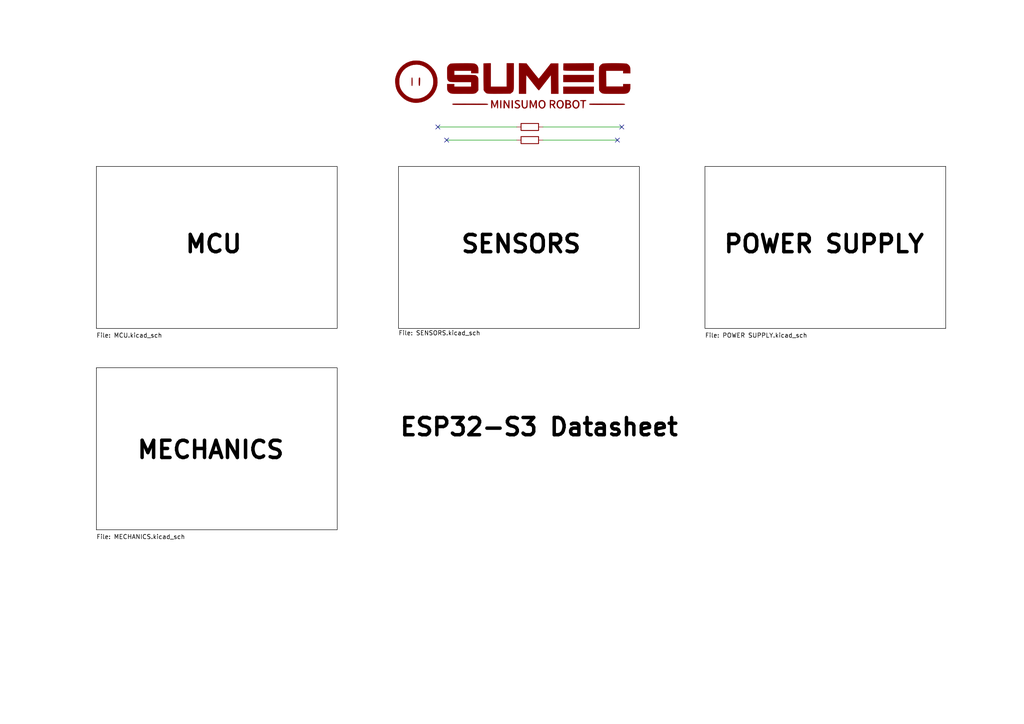
<source format=kicad_sch>
(kicad_sch (version 20230121) (generator eeschema)
  (paper "A4")
  (title_block (title "SUMEC SMD") (company "SPŠ NA PROSEKU"))
  (lib_symbols
    (symbol "Device:R" (pin_numbers hide) (pin_names (offset 0))
      (property "Reference" "R" (at 2.032 0 90))
      (property "Value" "R" (at 0 0 90))
      (symbol "R_0_1"
        (rectangle (start -1.016 -2.54) (end 1.016 2.54) (stroke (width 0.254)))
      )
      (symbol "R_1_1"
        (pin passive line (at 0 3.81 270) (length 1.27) (name "~") (number "1"))
        (pin passive line (at 0 -3.81 90) (length 1.27) (name "~") (number "2"))
      )
    )
    (symbol "some magic shit (logo):LOGO" (pin_names (offset 1.016))
      (symbol "LOGO_0_0"
        (polyline (pts (xy 24.892 -0.762) (xy 24.892 0.254) (xy 20.4893 0.254) (xy 16.0867 0.254) (xy 16.0867 -0.762) (xy 16.0867 -1.778) (xy 20.4893 -1.778) (xy 24.892 -1.778) (xy 24.892 -0.762)) (stroke (width 0.01)) (fill (type outline)))
        (polyline (pts (xy 24.892 2.6246) (xy 24.892 3.6406) (xy 20.4893 3.6406) (xy 16.0867 3.6406) (xy 16.0867 2.6246) (xy 16.0867 1.6086) (xy 20.4893 1.6086) (xy 24.892 1.6086) (xy 24.892 2.6246)) (stroke (width 0.01)) (fill (type outline)))
        (polyline (pts (xy 24.892 5.9697) (xy 24.892 7.0288) (xy 20.5105 7.0069) (xy 16.129 6.985) (xy 16.1048 6.0591) (xy 16.0992 5.7489) (xy 16.0997 5.4039) (xy 16.108 5.1483) (xy 16.1233 5.0219) (xy 16.1463 5.0024) (xy 16.2307 4.9799) (xy 16.3875 4.9612) (xy 16.6287 4.9459) (xy 16.9665 4.9339) (xy 17.4131 4.9247) (xy 17.9805 4.9181) (xy 18.6809 4.9138) (xy 19.5263 4.9114) (xy 20.529 4.9106) (xy 24.892 4.9106) (xy 24.892 5.9697)) (stroke (width 0.01)) (fill (type outline)))
        (polyline (pts (xy -27.7929 0.5106) (xy -27.7475 0.5542) (xy -27.7167 0.67) (xy -27.6979 0.8822) (xy -27.6886 1.2153) (xy -27.686 1.6933) (xy -27.6863 1.8811) (xy -27.691 2.3049) (xy -27.7034 2.5923) (xy -27.7261 2.7676) (xy -27.7618 2.8549) (xy -27.813 2.8786) (xy -27.8331 2.876) (xy -27.8785 2.8325) (xy -27.9093 2.7167) (xy -27.9281 2.5044) (xy -27.9375 2.1714) (xy -27.94 1.6933) (xy -27.9397 1.5055) (xy -27.9351 1.0817) (xy -27.9227 0.7943) (xy -27.8999 0.6191) (xy -27.8642 0.5317) (xy -27.813 0.508) (xy -27.7929 0.5106)) (stroke (width 0.01)) (fill (type outline)))
        (polyline (pts (xy -2.0542 -6.0087) (xy -2.0088 -5.9652) (xy -1.978 -5.8494) (xy -1.9593 -5.6371) (xy -1.9499 -5.3041) (xy -1.9473 -4.826) (xy -1.9476 -4.6382) (xy -1.9523 -4.2144) (xy -1.9647 -3.927) (xy -1.9874 -3.7518) (xy -2.0231 -3.6644) (xy -2.0743 -3.6407) (xy -2.0945 -3.6433) (xy -2.1399 -3.6869) (xy -2.1707 -3.8027) (xy -2.1894 -4.0149) (xy -2.1988 -4.348) (xy -2.2013 -4.826) (xy -2.2011 -5.0138) (xy -2.1964 -5.4376) (xy -2.184 -5.725) (xy -2.1613 -5.9003) (xy -2.1256 -5.9876) (xy -2.0743 -6.0114) (xy -2.0542 -6.0087)) (stroke (width 0.01)) (fill (type outline)))
        (polyline (pts (xy -25.6355 0.5376) (xy -25.5867 0.5925) (xy -25.553 0.7115) (xy -25.5303 0.9207) (xy -25.5151 1.2466) (xy -25.5035 1.7155) (xy -25.5016 1.8092) (xy -25.4945 2.2456) (xy -25.4958 2.5436) (xy -25.5088 2.7297) (xy -25.5368 2.83) (xy -25.5833 2.8709) (xy -25.6516 2.8786) (xy -25.6681 2.8784) (xy -25.7311 2.8651) (xy -25.7743 2.8123) (xy -25.8014 2.6941) (xy -25.8161 2.4844) (xy -25.8222 2.1575) (xy -25.8233 1.6871) (xy -25.822 1.2475) (xy -25.8156 0.9099) (xy -25.8009 0.6938) (xy -25.7747 0.574) (xy -25.7338 0.5258) (xy -25.6752 0.524) (xy -25.6355 0.5376)) (stroke (width 0.01)) (fill (type outline)))
        (polyline (pts (xy 1.2862 -6.0112) (xy 1.3504 -5.9995) (xy 1.3934 -5.95) (xy 1.4186 -5.8364) (xy 1.4292 -5.6325) (xy 1.4288 -5.3118) (xy 1.4205 -4.8482) (xy 1.4135 -4.5376) (xy 1.4001 -4.161) (xy 1.3807 -3.9109) (xy 1.3515 -3.7611) (xy 1.3088 -3.6851) (xy 1.2488 -3.6567) (xy 1.1941 -3.657) (xy 1.152 -3.7006) (xy 1.1248 -3.8138) (xy 1.1092 -4.0214) (xy 1.1023 -4.3484) (xy 1.1007 -4.8198) (xy 1.1007 -4.9338) (xy 1.1026 -5.3713) (xy 1.1102 -5.671) (xy 1.1273 -5.8588) (xy 1.1575 -5.9609) (xy 1.2046 -6.0031) (xy 1.2724 -6.0114) (xy 1.2862 -6.0112)) (stroke (width 0.01)) (fill (type outline)))
        (polyline (pts (xy 21.8443 -5.9928) (xy 21.8856 -5.9052) (xy 21.9141 -5.7228) (xy 21.9335 -5.4207) (xy 21.9472 -4.9742) (xy 21.971 -3.937) (xy 22.3308 -3.911) (xy 22.406 -3.9042) (xy 22.622 -3.8529) (xy 22.6907 -3.7599) (xy 22.6849 -3.7291) (xy 22.627 -3.6834) (xy 22.4837 -3.6587) (xy 22.2272 -3.6516) (xy 21.8297 -3.6589) (xy 21.6455 -3.6652) (xy 21.2574 -3.6915) (xy 21.0236 -3.7322) (xy 20.9336 -3.7889) (xy 20.9336 -3.8261) (xy 21.0346 -3.8783) (xy 21.2866 -3.8947) (xy 21.6747 -3.8947) (xy 21.6747 -4.953) (xy 21.6774 -5.3831) (xy 21.6883 -5.6956) (xy 21.7103 -5.8877) (xy 21.7462 -5.9846) (xy 21.799 -6.0114) (xy 21.8443 -5.9928)) (stroke (width 0.01)) (fill (type outline)))
        (polyline (pts (xy 19.8508 -6.0679) (xy 20.1137 -5.9722) (xy 20.3718 -5.7941) (xy 20.5837 -5.4864) (xy 20.7055 -5.1041) (xy 20.7242 -4.6901) (xy 20.6266 -4.2872) (xy 20.552 -4.139) (xy 20.3035 -3.853) (xy 19.9923 -3.6832) (xy 19.6539 -3.6311) (xy 19.3236 -3.6987) (xy 19.037 -3.8875) (xy 18.8294 -4.1994) (xy 18.7352 -4.5194) (xy 18.7256 -4.743) (xy 19.0121 -4.743) (xy 19.0863 -4.3678) (xy 19.2707 -4.054) (xy 19.3739 -3.9731) (xy 19.6333 -3.8992) (xy 19.9156 -3.929) (xy 20.1485 -4.0619) (xy 20.3091 -4.3084) (xy 20.3982 -4.6603) (xy 20.3942 -5.0389) (xy 20.2983 -5.3873) (xy 20.1119 -5.6487) (xy 19.8603 -5.8086) (xy 19.6216 -5.8165) (xy 19.3598 -5.6681) (xy 19.1823 -5.4671) (xy 19.045 -5.1269) (xy 19.0121 -4.743) (xy 18.7256 -4.743) (xy 18.7164 -4.9587) (xy 18.8121 -5.3699) (xy 19.0116 -5.7129) (xy 19.304 -5.9477) (xy 19.4409 -6.0133) (xy 19.6544 -6.0824) (xy 19.8508 -6.0679)) (stroke (width 0.01)) (fill (type outline)))
        (polyline (pts (xy 10.0236 -6.0697) (xy 10.2841 -5.9757) (xy 10.4231 -5.8989) (xy 10.6719 -5.6361) (xy 10.8344 -5.2757) (xy 10.8961 -4.8577) (xy 10.8426 -4.4223) (xy 10.7056 -4.1081) (xy 10.46 -3.8397) (xy 10.154 -3.6793) (xy 9.8217 -3.6309) (xy 9.4972 -3.6986) (xy 9.2146 -3.8868) (xy 9.008 -4.1994) (xy 8.9138 -4.5194) (xy 8.9048 -4.7307) (xy 9.1835 -4.7307) (xy 9.2399 -4.4159) (xy 9.3724 -4.149) (xy 9.5821 -3.9639) (xy 9.8698 -3.8947) (xy 9.9512 -3.8983) (xy 10.2539 -3.9997) (xy 10.4597 -4.2332) (xy 10.5635 -4.59) (xy 10.5598 -5.0611) (xy 10.5507 -5.1307) (xy 10.4634 -5.4329) (xy 10.2906 -5.6487) (xy 10.2744 -5.6623) (xy 10.0812 -5.7879) (xy 9.9224 -5.8363) (xy 9.7018 -5.7896) (xy 9.4625 -5.6229) (xy 9.2958 -5.3682) (xy 9.2025 -5.0595) (xy 9.1835 -4.7307) (xy 8.9048 -4.7307) (xy 8.895 -4.9587) (xy 8.9908 -5.3699) (xy 9.1903 -5.7129) (xy 9.4827 -5.9477) (xy 9.609 -6.0085) (xy 9.8269 -6.0816) (xy 10.0236 -6.0697)) (stroke (width 0.01)) (fill (type outline)))
        (polyline (pts (xy 15.3672 -6.0448) (xy 15.6848 -5.9029) (xy 15.9399 -5.6405) (xy 16.1097 -5.2753) (xy 16.1713 -4.8254) (xy 16.1649 -4.6815) (xy 16.0608 -4.2609) (xy 15.8446 -3.9318) (xy 15.5362 -3.7173) (xy 15.1553 -3.6407) (xy 14.8789 -3.6747) (xy 14.5453 -3.8468) (xy 14.3019 -4.162) (xy 14.1744 -4.5244) (xy 14.1534 -4.8439) (xy 14.478 -4.8439) (xy 14.5112 -4.4454) (xy 14.6306 -4.1334) (xy 14.8431 -3.9528) (xy 15.1553 -3.8947) (xy 15.4397 -3.9412) (xy 15.6623 -4.1085) (xy 15.7912 -4.4064) (xy 15.8327 -4.8439) (xy 15.83 -5.0254) (xy 15.8026 -5.2619) (xy 15.7282 -5.43) (xy 15.5852 -5.5945) (xy 15.5347 -5.6416) (xy 15.3294 -5.7845) (xy 15.1553 -5.842) (xy 15.1161 -5.8375) (xy 14.926 -5.7527) (xy 14.7255 -5.5945) (xy 14.6375 -5.5011) (xy 14.5346 -5.3427) (xy 14.4886 -5.1453) (xy 14.478 -4.8439) (xy 14.1534 -4.8439) (xy 14.146 -4.9567) (xy 14.2359 -5.3653) (xy 14.4344 -5.7101) (xy 14.732 -5.9512) (xy 15.0097 -6.0485) (xy 15.3672 -6.0448)) (stroke (width 0.01)) (fill (type outline)))
        (polyline (pts (xy -3.4592 -1.759) (xy -2.5757 -1.755) (xy 0.733 -1.7357) (xy 1.0511 -1.493) (xy 1.1577 -1.4127) (xy 1.2861 -1.3125) (xy 1.3922 -1.2129) (xy 1.4781 -1.0982) (xy 1.5458 -0.9532) (xy 1.5977 -0.7623) (xy 1.6357 -0.5102) (xy 1.662 -0.1814) (xy 1.6788 0.2396) (xy 1.6881 0.7682) (xy 1.6922 1.4198) (xy 1.6931 2.2099) (xy 1.693 3.1538) (xy 1.6933 7.0273) (xy 0.6773 7.0273) (xy -0.3387 7.0273) (xy -0.3387 3.6406) (xy -0.3387 0.254) (xy -2.667 0.254) (xy -4.9953 0.254) (xy -4.9953 3.6433) (xy -4.9953 7.0325) (xy -6.0325 7.0088) (xy -7.0697 6.985) (xy -7.0697 3.2596) (xy -7.0691 2.7413) (xy -7.0658 1.983) (xy -7.0601 1.2829) (xy -7.0522 0.6595) (xy -7.0425 0.1312) (xy -7.0311 -0.2833) (xy -7.0185 -0.5655) (xy -7.005 -0.697) (xy -6.892 -0.936) (xy -6.6718 -1.228) (xy -6.4035 -1.4895) (xy -6.1399 -1.6615) (xy -6.1326 -1.6646) (xy -6.0245 -1.6939) (xy -5.8495 -1.7173) (xy -5.5931 -1.7351) (xy -5.2404 -1.7478) (xy -4.777 -1.7558) (xy -4.1881 -1.7594) (xy -3.4592 -1.759)) (stroke (width 0.01)) (fill (type outline)))
        (polyline (pts (xy 3.0887 -5.9946) (xy 3.3655 -5.7978) (xy 3.4325 -5.7126) (xy 3.5456 -5.4386) (xy 3.4903 -5.1782) (xy 3.2666 -4.9311) (xy 2.8741 -4.6969) (xy 2.8571 -4.6887) (xy 2.5415 -4.5189) (xy 2.3689 -4.372) (xy 2.3207 -4.2237) (xy 2.3783 -4.0497) (xy 2.424 -3.981) (xy 2.5525 -3.9105) (xy 2.7802 -3.9151) (xy 2.8061 -3.9184) (xy 3.0552 -3.963) (xy 3.2385 -4.017) (xy 3.3439 -4.0391) (xy 3.3867 -3.9491) (xy 3.3625 -3.8549) (xy 3.2188 -3.727) (xy 2.9863 -3.655) (xy 2.7122 -3.6439) (xy 2.4437 -3.6988) (xy 2.2279 -3.8248) (xy 2.1552 -3.9022) (xy 2.0283 -4.1638) (xy 2.0577 -4.4278) (xy 2.2361 -4.6708) (xy 2.556 -4.8691) (xy 2.7211 -4.9443) (xy 3.0124 -5.1142) (xy 3.17 -5.2843) (xy 3.2173 -5.4762) (xy 3.1785 -5.6212) (xy 3.019 -5.7602) (xy 2.7771 -5.8118) (xy 2.4977 -5.7584) (xy 2.2242 -5.6553) (xy 2.0492 -5.6077) (xy 1.9675 -5.6225) (xy 1.9473 -5.6961) (xy 1.9548 -5.7269) (xy 2.065 -5.8455) (xy 2.2648 -5.9596) (xy 2.3458 -5.9912) (xy 2.7359 -6.0609) (xy 3.0887 -5.9946)) (stroke (width 0.01)) (fill (type outline)))
        (polyline (pts (xy -1.0433 -6.0094) (xy -0.9819 -5.9852) (xy -0.9461 -5.9091) (xy -0.931 -5.7518) (xy -0.9321 -5.4841) (xy -0.9446 -5.0765) (xy -0.9465 -5.0228) (xy -0.9584 -4.6495) (xy -0.9557 -4.4058) (xy -0.9269 -4.2943) (xy -0.86 -4.318) (xy -0.7433 -4.4796) (xy -0.5652 -4.7821) (xy -0.3137 -5.2282) (xy -0.2733 -5.2994) (xy -0.0315 -5.6947) (xy 0.1514 -5.9321) (xy 0.2752 -6.0113) (xy 0.3255 -6.002) (xy 0.3692 -5.9517) (xy 0.3977 -5.8346) (xy 0.4141 -5.625) (xy 0.4215 -5.2974) (xy 0.4233 -4.826) (xy 0.4231 -4.6774) (xy 0.4188 -4.2404) (xy 0.4067 -3.9422) (xy 0.3844 -3.7587) (xy 0.3494 -3.6662) (xy 0.2991 -3.6407) (xy 0.2672 -3.6485) (xy 0.2198 -3.7172) (xy 0.1874 -3.8781) (xy 0.1658 -4.157) (xy 0.1509 -4.5794) (xy 0.127 -5.5182) (xy -0.4107 -4.5748) (xy -0.5047 -4.411) (xy -0.7482 -4.0054) (xy -0.9305 -3.7508) (xy -1.0608 -3.6501) (xy -1.1487 -3.7065) (xy -1.2034 -3.9229) (xy -1.2345 -4.3025) (xy -1.2512 -4.8482) (xy -1.2542 -4.9974) (xy -1.2608 -5.417) (xy -1.2589 -5.7012) (xy -1.2447 -5.8764) (xy -1.2149 -5.969) (xy -1.1657 -6.0051) (xy -1.0937 -6.0114) (xy -1.0433 -6.0094)) (stroke (width 0.01)) (fill (type outline)))
        (polyline (pts (xy 5.2164 -5.9881) (xy 5.4822 -5.7978) (xy 5.5062 -5.7695) (xy 5.5816 -5.6591) (xy 5.6301 -5.5241) (xy 5.6576 -5.3283) (xy 5.6699 -5.0355) (xy 5.6727 -4.6096) (xy 5.6707 -4.2692) (xy 5.6606 -3.9546) (xy 5.6387 -3.7626) (xy 5.6015 -3.6668) (xy 5.5457 -3.6407) (xy 5.5116 -3.648) (xy 5.4651 -3.7111) (xy 5.4367 -3.8615) (xy 5.4225 -4.1266) (xy 5.4187 -4.5335) (xy 5.4185 -4.6573) (xy 5.4141 -5.0203) (xy 5.3977 -5.2623) (xy 5.3619 -5.4213) (xy 5.2994 -5.5353) (xy 5.2027 -5.6423) (xy 5.1425 -5.6994) (xy 4.9584 -5.8096) (xy 4.7582 -5.8032) (xy 4.6729 -5.7794) (xy 4.5183 -5.7017) (xy 4.4156 -5.5689) (xy 4.3547 -5.3527) (xy 4.3255 -5.0245) (xy 4.318 -4.5558) (xy 4.3178 -4.4046) (xy 4.3139 -4.0509) (xy 4.3004 -3.8271) (xy 4.2721 -3.7039) (xy 4.2233 -3.6516) (xy 4.1487 -3.6407) (xy 4.1463 -3.6407) (xy 4.0692 -3.6533) (xy 4.0203 -3.7111) (xy 3.9933 -3.8452) (xy 3.9818 -4.0866) (xy 3.9794 -4.4662) (xy 3.9817 -4.6601) (xy 4.0206 -5.1746) (xy 4.113 -5.5538) (xy 4.2663 -5.8191) (xy 4.4873 -5.9919) (xy 4.5581 -6.0232) (xy 4.8847 -6.0678) (xy 5.2164 -5.9881)) (stroke (width 0.01)) (fill (type outline)))
        (polyline (pts (xy 17.5898 -5.996) (xy 17.9282 -5.9259) (xy 18.1537 -5.7888) (xy 18.2941 -5.5732) (xy 18.3087 -5.5347) (xy 18.3372 -5.2476) (xy 18.238 -4.9988) (xy 18.0298 -4.841) (xy 17.855 -4.7764) (xy 18.0291 -4.6187) (xy 18.0573 -4.5911) (xy 18.184 -4.3494) (xy 18.1742 -4.0801) (xy 18.0278 -3.8467) (xy 17.9086 -3.7691) (xy 17.6536 -3.695) (xy 17.2658 -3.6547) (xy 16.6793 -3.6216) (xy 16.6793 -4.6567) (xy 17.018 -4.6567) (xy 17.018 -4.2757) (xy 17.018 -3.8947) (xy 17.3506 -3.8947) (xy 17.4797 -3.9023) (xy 17.7475 -3.9835) (xy 17.9061 -4.132) (xy 17.9356 -4.321) (xy 17.8163 -4.5236) (xy 17.8031 -4.5356) (xy 17.6126 -4.6223) (xy 17.3506 -4.6567) (xy 17.018 -4.6567) (xy 16.6793 -4.6567) (xy 16.6793 -4.8165) (xy 16.6793 -5.865) (xy 17.018 -5.865) (xy 17.018 -5.3879) (xy 17.018 -4.9107) (xy 17.3622 -4.9107) (xy 17.4727 -4.9132) (xy 17.7933 -4.9689) (xy 17.976 -5.104) (xy 18.034 -5.3266) (xy 18.0043 -5.5124) (xy 17.9196 -5.6622) (xy 17.8719 -5.6909) (xy 17.6729 -5.7591) (xy 17.4116 -5.8111) (xy 17.018 -5.865) (xy 16.6793 -5.865) (xy 16.6793 -6.0114) (xy 17.2257 -6.0114) (xy 17.5898 -5.996)) (stroke (width 0.01)) (fill (type outline)))
        (polyline (pts (xy -10.1002 -4.9952) (xy -9.154 -4.9946) (xy -8.3555 -4.9929) (xy -7.6924 -4.99) (xy -7.1521 -4.9855) (xy -6.7225 -4.979) (xy -6.3911 -4.97) (xy -6.1456 -4.9584) (xy -5.9736 -4.9437) (xy -5.8627 -4.9256) (xy -5.8007 -4.9037) (xy -5.775 -4.8777) (xy -5.7735 -4.8472) (xy -5.7801 -4.8276) (xy -5.8074 -4.7997) (xy -5.8662 -4.776) (xy -5.9691 -4.756) (xy -6.1286 -4.7394) (xy -6.3571 -4.7257) (xy -6.6673 -4.7145) (xy -7.0717 -4.7055) (xy -7.5827 -4.6981) (xy -8.213 -4.692) (xy -8.975 -4.6867) (xy -9.8813 -4.6819) (xy -10.9443 -4.6772) (xy -11.3733 -4.6754) (xy -12.3716 -4.6714) (xy -13.2179 -4.6686) (xy -13.9249 -4.6675) (xy -14.5049 -4.6684) (xy -14.9707 -4.6716) (xy -15.3347 -4.6775) (xy -15.6095 -4.6865) (xy -15.8075 -4.699) (xy -15.9415 -4.7152) (xy -16.0238 -4.7356) (xy -16.0671 -4.7605) (xy -16.0839 -4.7903) (xy -16.0867 -4.8254) (xy -16.0864 -4.8402) (xy -16.0793 -4.873) (xy -16.0529 -4.9008) (xy -15.9948 -4.9241) (xy -15.8924 -4.9432) (xy -15.7332 -4.9585) (xy -15.5048 -4.9705) (xy -15.1947 -4.9796) (xy -14.7902 -4.9861) (xy -14.2789 -4.9905) (xy -13.6484 -4.9933) (xy -12.886 -4.9947) (xy -11.9793 -4.9953) (xy -10.9158 -4.9954) (xy -10.1002 -4.9952)) (stroke (width 0.01)) (fill (type outline)))
        (polyline (pts (xy 29.6084 -4.9952) (xy 30.5546 -4.9946) (xy 31.3531 -4.9929) (xy 32.0163 -4.99) (xy 32.5565 -4.9855) (xy 32.9862 -4.979) (xy 33.3175 -4.97) (xy 33.5631 -4.9584) (xy 33.7351 -4.9437) (xy 33.8459 -4.9256) (xy 33.908 -4.9037) (xy 33.9336 -4.8777) (xy 33.9352 -4.8472) (xy 33.9286 -4.8276) (xy 33.9013 -4.7997) (xy 33.8424 -4.776) (xy 33.7395 -4.756) (xy 33.5801 -4.7394) (xy 33.3515 -4.7257) (xy 33.0413 -4.7145) (xy 32.637 -4.7055) (xy 32.1259 -4.6981) (xy 31.4957 -4.692) (xy 30.7337 -4.6867) (xy 29.8274 -4.6819) (xy 28.7643 -4.6772) (xy 28.3353 -4.6754) (xy 27.3371 -4.6714) (xy 26.4907 -4.6686) (xy 25.7838 -4.6675) (xy 25.2037 -4.6684) (xy 24.738 -4.6716) (xy 24.374 -4.6775) (xy 24.0992 -4.6865) (xy 23.9011 -4.699) (xy 23.7672 -4.7152) (xy 23.6848 -4.7356) (xy 23.6416 -4.7605) (xy 23.6248 -4.7903) (xy 23.622 -4.8254) (xy 23.6223 -4.8402) (xy 23.6294 -4.873) (xy 23.6558 -4.9008) (xy 23.7139 -4.9241) (xy 23.8163 -4.9432) (xy 23.9754 -4.9585) (xy 24.2038 -4.9705) (xy 24.514 -4.9796) (xy 24.9185 -4.9861) (xy 25.4297 -4.9905) (xy 26.0603 -4.9933) (xy 26.8227 -4.9947) (xy 27.7293 -4.9953) (xy 28.7929 -4.9954) (xy 29.6084 -4.9952)) (stroke (width 0.01)) (fill (type outline)))
        (polyline (pts (xy 13.637 -6.0113) (xy 13.713 -5.9958) (xy 13.7222 -5.9302) (xy 13.6565 -5.7834) (xy 13.508 -5.5245) (xy 13.2197 -5.0377) (xy 13.4678 -4.841) (xy 13.5417 -4.7783) (xy 13.6797 -4.5859) (xy 13.716 -4.325) (xy 13.7135 -4.2416) (xy 13.6511 -3.983) (xy 13.489 -3.8093) (xy 13.2053 -3.7051) (xy 12.7784 -3.6547) (xy 12.192 -3.6216) (xy 12.192 -3.8947) (xy 12.446 -3.8947) (xy 12.8209 -3.8947) (xy 13.0472 -3.9175) (xy 13.305 -4.0252) (xy 13.4491 -4.1928) (xy 13.469 -4.3883) (xy 13.3544 -4.5801) (xy 13.0949 -4.7361) (xy 12.924 -4.7904) (xy 12.6639 -4.8228) (xy 12.5024 -4.7696) (xy 12.4842 -4.7294) (xy 12.4568 -4.5547) (xy 12.446 -4.3039) (xy 12.446 -3.8947) (xy 12.192 -3.8947) (xy 12.192 -4.8165) (xy 12.1923 -5.0173) (xy 12.1971 -5.4396) (xy 12.2096 -5.726) (xy 12.2323 -5.9007) (xy 12.2679 -5.9877) (xy 12.319 -6.0114) (xy 12.3363 -6.0101) (xy 12.4025 -5.9547) (xy 12.4364 -5.7945) (xy 12.446 -5.4977) (xy 12.446 -5.4227) (xy 12.4519 -5.172) (xy 12.4802 -5.0449) (xy 12.5483 -5.0037) (xy 12.6739 -5.0109) (xy 12.6986 -5.0145) (xy 12.8507 -5.0798) (xy 13.0026 -5.2393) (xy 13.1857 -5.5245) (xy 13.2886 -5.6912) (xy 13.4805 -5.9317) (xy 13.6329 -6.0114) (xy 13.637 -6.0113)) (stroke (width 0.01)) (fill (type outline)))
        (polyline (pts (xy 5.2493 0.9313) (xy 5.25 1.3141) (xy 5.2545 1.9415) (xy 5.2627 2.4997) (xy 5.274 2.9688) (xy 5.2879 3.3287) (xy 5.3038 3.5593) (xy 5.3213 3.6407) (xy 5.3616 3.6053) (xy 5.4975 3.4522) (xy 5.7152 3.1921) (xy 6.0023 2.8404) (xy 6.3461 2.4127) (xy 6.7341 1.9244) (xy 7.1536 1.3908) (xy 7.5921 0.8322) (xy 8.0003 0.3181) (xy 8.3244 -0.0816) (xy 8.5739 -0.3779) (xy 8.7583 -0.5816) (xy 8.8872 -0.7037) (xy 8.9702 -0.7552) (xy 9.0167 -0.747) (xy 9.0475 -0.7103) (xy 9.1761 -0.5502) (xy 9.388 -0.2829) (xy 9.6701 0.0748) (xy 10.0089 0.506) (xy 10.3913 0.9939) (xy 10.8039 1.5216) (xy 12.4883 3.6783) (xy 12.5107 0.9501) (xy 12.533 -1.778) (xy 13.5909 -1.778) (xy 14.6488 -1.778) (xy 14.6269 2.6035) (xy 14.605 6.985) (xy 13.538 6.985) (xy 12.4709 6.985) (xy 10.744 4.7893) (xy 10.468 4.4395) (xy 10.07 3.9391) (xy 9.7116 3.4932) (xy 9.4058 3.1175) (xy 9.1653 2.828) (xy 9.0032 2.6404) (xy 8.9323 2.5706) (xy 8.8935 2.5981) (xy 8.7585 2.7409) (xy 8.5416 2.9916) (xy 8.2554 3.3348) (xy 7.9128 3.7552) (xy 7.5266 4.2375) (xy 7.1094 4.7662) (xy 5.3711 6.985) (xy 4.2942 7.0087) (xy 3.2173 7.0324) (xy 3.2173 2.6272) (xy 3.2173 -1.778) (xy 4.2333 -1.778) (xy 5.2493 -1.778) (xy 5.2493 0.9313)) (stroke (width 0.01)) (fill (type outline)))
        (polyline (pts (xy -2.9873 -6.0096) (xy -2.9415 -5.9679) (xy -2.9103 -5.8527) (xy -2.8911 -5.6399) (xy -2.8814 -5.3056) (xy -2.8787 -4.826) (xy -2.8787 -4.8031) (xy -2.8803 -4.3399) (xy -2.8873 -4.0191) (xy -2.9032 -3.8147) (xy -2.9315 -3.7007) (xy -2.9757 -3.6514) (xy -3.0394 -3.6407) (xy -3.0993 -3.6543) (xy -3.1959 -3.7481) (xy -3.3025 -3.9535) (xy -3.4351 -4.2969) (xy -3.4607 -4.3685) (xy -3.58 -4.7017) (xy -3.6816 -4.9854) (xy -3.7459 -5.1647) (xy -3.7883 -5.2642) (xy -3.8337 -5.2998) (xy -3.8903 -5.2463) (xy -3.9693 -5.0858) (xy -4.0815 -4.8008) (xy -4.2382 -4.3735) (xy -4.3634 -4.0445) (xy -4.4759 -3.8031) (xy -4.5714 -3.677) (xy -4.6647 -3.6407) (xy -4.6685 -3.6407) (xy -4.7313 -3.6526) (xy -4.7748 -3.7042) (xy -4.8025 -3.8214) (xy -4.8179 -4.0301) (xy -4.8246 -4.3564) (xy -4.826 -4.826) (xy -4.8257 -5.0138) (xy -4.8211 -5.4376) (xy -4.8087 -5.725) (xy -4.7859 -5.9003) (xy -4.7502 -5.9876) (xy -4.699 -6.0114) (xy -4.6572 -5.9988) (xy -4.6143 -5.9249) (xy -4.5874 -5.7613) (xy -4.5729 -5.4815) (xy -4.5672 -5.0589) (xy -4.5624 -4.1064) (xy -4.261 -4.9319) (xy -4.1633 -5.1861) (xy -4.0347 -5.4811) (xy -3.9278 -5.6827) (xy -3.8588 -5.7574) (xy -3.8148 -5.7191) (xy -3.7186 -5.5508) (xy -3.5971 -5.2793) (xy -3.4666 -4.9383) (xy -3.175 -4.1193) (xy -3.1511 -5.0653) (xy -3.1436 -5.315) (xy -3.1258 -5.6581) (xy -3.099 -5.8715) (xy -3.0594 -5.9806) (xy -3.0029 -6.0114) (xy -2.9873 -6.0096)) (stroke (width 0.01)) (fill (type outline)))
        (polyline (pts (xy 8.2291 -6.0111) (xy 8.2942 -5.9989) (xy 8.3374 -5.9491) (xy 8.3624 -5.8353) (xy 8.3726 -5.6313) (xy 8.3716 -5.3107) (xy 8.3632 -4.8472) (xy 8.3628 -4.8263) (xy 8.3519 -4.3673) (xy 8.3382 -4.0498) (xy 8.3174 -3.847) (xy 8.2849 -3.732) (xy 8.2363 -3.6781) (xy 8.1673 -3.6583) (xy 8.101 -3.6608) (xy 8.0229 -3.7158) (xy 7.9402 -3.8538) (xy 7.8381 -4.101) (xy 7.7017 -4.4838) (xy 7.604 -4.7598) (xy 7.4921 -5.0568) (xy 7.4073 -5.2592) (xy 7.3629 -5.334) (xy 7.334 -5.2931) (xy 7.256 -5.1226) (xy 7.1462 -4.8499) (xy 7.0183 -4.5085) (xy 6.9653 -4.364) (xy 6.8314 -4.0249) (xy 6.7253 -3.8119) (xy 6.6315 -3.698) (xy 6.5345 -3.656) (xy 6.5015 -3.6516) (xy 6.4384 -3.6564) (xy 6.3958 -3.7032) (xy 6.3697 -3.8175) (xy 6.3561 -4.0248) (xy 6.3508 -4.3505) (xy 6.35 -4.8201) (xy 6.3503 -5.016) (xy 6.355 -5.4389) (xy 6.3675 -5.7256) (xy 6.3902 -5.9005) (xy 6.4259 -5.9877) (xy 6.477 -6.0114) (xy 6.5241 -5.9941) (xy 6.5644 -5.9124) (xy 6.5896 -5.7396) (xy 6.6031 -5.4497) (xy 6.6084 -5.0165) (xy 6.6128 -4.0217) (xy 6.9084 -4.8255) (xy 6.9946 -5.0539) (xy 7.1214 -5.3693) (xy 7.2248 -5.6021) (xy 7.2885 -5.7138) (xy 7.3117 -5.7339) (xy 7.3718 -5.7458) (xy 7.4382 -5.68) (xy 7.5225 -5.5157) (xy 7.6363 -5.2321) (xy 7.791 -4.8084) (xy 7.8572 -4.6252) (xy 7.9642 -4.3368) (xy 8.0419 -4.138) (xy 8.0769 -4.064) (xy 8.0815 -4.1344) (xy 8.08 -4.3423) (xy 8.0724 -4.6545) (xy 8.0593 -5.0377) (xy 8.0474 -5.3627) (xy 8.0408 -5.6729) (xy 8.049 -5.8641) (xy 8.0761 -5.9651) (xy 8.1265 -6.0046) (xy 8.2044 -6.0114) (xy 8.2291 -6.0111)) (stroke (width 0.01)) (fill (type outline)))
        (polyline (pts (xy 31.6452 -1.774) (xy 32.3625 -1.7722) (xy 32.9419 -1.7683) (xy 33.4006 -1.7615) (xy 33.7559 -1.7511) (xy 34.025 -1.7363) (xy 34.2254 -1.7165) (xy 34.3742 -1.6907) (xy 34.4888 -1.6584) (xy 34.5863 -1.6188) (xy 34.9073 -1.4335) (xy 35.1734 -1.1658) (xy 35.349 -0.8122) (xy 35.4457 -0.3481) (xy 35.4753 0.2513) (xy 35.4753 1.016) (xy 34.4642 1.016) (xy 33.4531 1.016) (xy 33.427 0.6561) (xy 33.401 0.2963) (xy 30.9457 0.2963) (xy 28.4903 0.2963) (xy 28.4678 2.6035) (xy 28.4453 4.9107) (xy 30.9443 4.9106) (xy 33.4433 4.9106) (xy 33.4433 4.5296) (xy 33.4433 4.1486) (xy 34.4593 4.1486) (xy 35.4753 4.1486) (xy 35.4753 4.9557) (xy 35.4753 4.9792) (xy 35.4601 5.4299) (xy 35.4203 5.7969) (xy 35.3604 6.0378) (xy 35.3386 6.0862) (xy 35.1087 6.4228) (xy 34.787 6.7196) (xy 34.4384 6.9145) (xy 34.4079 6.9228) (xy 34.2025 6.9488) (xy 33.8583 6.9712) (xy 33.399 6.9898) (xy 32.8482 7.0046) (xy 32.2296 7.0156) (xy 31.5668 7.0226) (xy 30.8833 7.0257) (xy 30.2029 7.0248) (xy 29.5493 7.0197) (xy 28.9459 7.0106) (xy 28.4164 6.9972) (xy 27.9846 6.9796) (xy 27.6739 6.9577) (xy 27.5081 6.9314) (xy 27.2146 6.781) (xy 26.9028 6.5259) (xy 26.6447 6.2242) (xy 26.4932 5.9282) (xy 26.4875 5.9041) (xy 26.4646 5.6941) (xy 26.447 5.3258) (xy 26.4348 4.8082) (xy 26.4282 4.1502) (xy 26.4272 3.3608) (xy 26.4322 2.449) (xy 26.4583 -0.7323) (xy 26.6967 -1.0925) (xy 26.9337 -1.371) (xy 27.2894 -1.6135) (xy 27.385 -1.6528) (xy 27.4976 -1.6865) (xy 27.6403 -1.7133) (xy 27.8306 -1.7341) (xy 28.0859 -1.7496) (xy 28.4236 -1.7605) (xy 28.861 -1.7677) (xy 29.4155 -1.7719) (xy 30.1046 -1.7738) (xy 30.9457 -1.7743) (xy 31.6452 -1.774)) (stroke (width 0.01)) (fill (type outline)))
        (polyline (pts (xy -25.81 -4.3389) (xy -24.9594 -4.1801) (xy -24.1769 -3.9211) (xy -24.0688 -3.8743) (xy -23.2148 -3.4069) (xy -22.4547 -2.8149) (xy -21.7992 -2.1165) (xy -21.2591 -1.3299) (xy -20.8453 -0.4733) (xy -20.5684 0.4352) (xy -20.4392 1.3774) (xy -20.4686 2.335) (xy -20.5659 2.9603) (xy -20.7979 3.8081) (xy -21.1477 4.5769) (xy -21.632 5.3007) (xy -22.2673 6.0136) (xy -22.8916 6.5708) (xy -23.7102 7.1141) (xy -24.5872 7.4996) (xy -25.5293 7.73) (xy -26.543 7.8081) (xy -26.7382 7.8064) (xy -27.5889 7.7371) (xy -28.3734 7.5564) (xy -29.1524 7.2517) (xy -29.5748 7.0348) (xy -30.4048 6.4737) (xy -31.1243 5.7905) (xy -31.7236 4.9972) (xy -32.1933 4.1055) (xy -32.5235 3.1271) (xy -32.5617 2.9711) (xy -32.6303 2.6284) (xy -32.666 2.2998) (xy -32.6736 1.9244) (xy -32.6688 1.778) (xy -31.5314 1.778) (xy -31.5274 1.9993) (xy -31.475 2.6502) (xy -31.3493 3.2205) (xy -31.1328 3.7724) (xy -30.8083 4.3681) (xy -30.3792 4.9565) (xy -29.774 5.5386) (xy -29.0677 6.0177) (xy -28.2872 6.3787) (xy -27.4592 6.6069) (xy -26.6107 6.6874) (xy -26.1503 6.6728) (xy -25.5745 6.5927) (xy -25.0112 6.4286) (xy -24.3926 6.1645) (xy -24.3205 6.1293) (xy -23.5771 5.6697) (xy -22.9417 5.0964) (xy -22.4211 4.4292) (xy -22.0223 3.6879) (xy -21.7522 2.8924) (xy -21.6177 2.0626) (xy -21.6256 1.2184) (xy -21.783 0.3795) (xy -22.0967 -0.4341) (xy -22.3646 -0.9153) (xy -22.919 -1.6525) (xy -23.5826 -2.2612) (xy -24.3514 -2.7382) (xy -25.2216 -3.0799) (xy -25.5377 -3.1522) (xy -25.9787 -3.2163) (xy -26.4493 -3.2573) (xy -26.8848 -3.2697) (xy -27.2203 -3.2481) (xy -27.8483 -3.1125) (xy -28.702 -2.791) (xy -29.4801 -2.332) (xy -30.1619 -1.7483) (xy -30.7269 -1.0528) (xy -30.9205 -0.7477) (xy -31.2138 -0.1758) (xy -31.4037 0.4019) (xy -31.5048 1.0362) (xy -31.5314 1.778) (xy -32.6688 1.778) (xy -32.6578 1.4415) (xy -32.5776 0.6217) (xy -32.3707 -0.2585) (xy -32.031 -1.0617) (xy -31.5465 -1.8159) (xy -30.9049 -2.5485) (xy -30.7688 -2.6833) (xy -30.0989 -3.2625) (xy -29.4117 -3.7049) (xy -28.6642 -4.0346) (xy -27.813 -4.2757) (xy -27.4945 -4.3343) (xy -26.6734 -4.3921) (xy -25.81 -4.3389)) (stroke (width 0.01)) (fill (type outline)))
        (polyline (pts (xy -11.9423 -1.7761) (xy -11.3178 -1.7742) (xy -10.8202 -1.7698) (xy -10.432 -1.7621) (xy -10.1356 -1.7502) (xy -9.9136 -1.7333) (xy -9.7485 -1.7105) (xy -9.6227 -1.681) (xy -9.5187 -1.6439) (xy -9.4192 -1.5984) (xy -9.1053 -1.3892) (xy -8.8209 -1.0755) (xy -8.5937 -0.7323) (xy -8.5937 1.0245) (xy -8.5937 1.1807) (xy -8.5965 1.7788) (xy -8.6082 2.2378) (xy -8.6353 2.5823) (xy -8.6843 2.8369) (xy -8.7616 3.0264) (xy -8.8737 3.1753) (xy -9.0269 3.3083) (xy -9.2278 3.4501) (xy -9.2496 3.4649) (xy -9.3257 3.5121) (xy -9.4106 3.55) (xy -9.5219 3.5797) (xy -9.6776 3.602) (xy -9.8956 3.6181) (xy -10.1935 3.6289) (xy -10.5894 3.6356) (xy -11.1011 3.6391) (xy -11.7464 3.6404) (xy -12.5432 3.6406) (xy -15.5787 3.6406) (xy -15.5787 4.2756) (xy -15.5787 4.9106) (xy -13.1282 4.9106) (xy -10.6778 4.9106) (xy -10.6517 4.5508) (xy -10.6257 4.191) (xy -9.6097 4.191) (xy -8.5937 4.191) (xy -8.5688 4.9098) (xy -8.5821 5.422) (xy -8.6989 5.9854) (xy -8.9296 6.4253) (xy -9.2754 6.7437) (xy -9.7374 6.9428) (xy -9.9119 6.9683) (xy -10.2637 6.9899) (xy -10.7815 7.0049) (xy -11.4639 7.0132) (xy -12.3092 7.0149) (xy -13.3157 7.0099) (xy -13.8834 7.0055) (xy -14.6053 6.9992) (xy -15.1868 6.9923) (xy -15.6453 6.9839) (xy -15.9982 6.9726) (xy -16.2629 6.9576) (xy -16.4567 6.9377) (xy -16.5969 6.9118) (xy -16.7011 6.8787) (xy -16.7865 6.8376) (xy -16.8706 6.7871) (xy -16.9519 6.7301) (xy -17.1994 6.4961) (xy -17.3998 6.2293) (xy -17.4393 6.1609) (xy -17.5013 6.0382) (xy -17.5462 5.9069) (xy -17.5768 5.7402) (xy -17.5957 5.5113) (xy -17.6058 5.1934) (xy -17.6097 4.7598) (xy -17.6104 4.1835) (xy -17.6085 3.6711) (xy -17.5975 3.1396) (xy -17.5712 2.7349) (xy -17.5236 2.4332) (xy -17.4485 2.2106) (xy -17.3399 2.043) (xy -17.1916 1.9066) (xy -16.9976 1.7775) (xy -16.9351 1.742) (xy -16.8468 1.7045) (xy -16.7322 1.6747) (xy -16.5737 1.6519) (xy -16.3531 1.635) (xy -16.0528 1.6233) (xy -15.6547 1.6157) (xy -15.1409 1.6114) (xy -14.4936 1.6095) (xy -13.6948 1.609) (xy -10.668 1.6086) (xy -10.668 0.9313) (xy -10.668 0.254) (xy -13.1233 0.254) (xy -15.5787 0.254) (xy -15.5787 0.635) (xy -15.5787 1.016) (xy -16.6022 1.016) (xy -17.6257 1.016) (xy -17.597 0.0989) (xy -17.5931 -0.0223) (xy -17.5763 -0.3974) (xy -17.5502 -0.6552) (xy -17.5055 -0.837) (xy -17.4332 -0.9842) (xy -17.3242 -1.138) (xy -17.2666 -1.2071) (xy -17.0078 -1.443) (xy -16.7315 -1.616) (xy -16.6456 -1.6515) (xy -16.5338 -1.6854) (xy -16.3916 -1.7124) (xy -16.2017 -1.7335) (xy -15.9467 -1.7493) (xy -15.6091 -1.7606) (xy -15.1717 -1.7681) (xy -14.617 -1.7728) (xy -13.9278 -1.7752) (xy -13.0866 -1.7762) (xy -12.7111 -1.7763) (xy -11.9423 -1.7761)) (stroke (width 0.01)) (fill (type outline)))
      )
    )
  )
  (no_connect (at 129.54 40.64))
  (no_connect (at 179.07 40.64))
  (no_connect (at 127 36.83))
  (no_connect (at 180.34 36.83))
  (wire (pts (xy 127 36.83) (xy 149.86 36.83)))
  (wire (pts (xy 179.07 40.64) (xy 157.48 40.64)))
  (wire (pts (xy 180.34 36.83) (xy 157.48 36.83)))
  (wire (pts (xy 129.54 40.64) (xy 149.86 40.64)))
  (text "ESP32-S3 Datasheet" (at 115.57 127 0) (effects (font (size 5 5) (thickness 1) bold) (justify left bottom)))
  (symbol (lib_id "Device:R") (at 153.67 40.64 90) (unit 1)
    (property "Reference" "R2" (effects hide))
    (property "Footprint" "sumec-smd_library:car cool smol" (effects hide))
  )
  (symbol (lib_id "some magic shit (logo):LOGO") (at 147.32 25.4 0) (unit 1)
    (property "Reference" "#G1" (effects hide))
    (property "Value" "LOGO" (effects hide))
  )
  (symbol (lib_id "Device:R") (at 153.67 36.83 90) (unit 1)
    (property "Reference" "R1" (effects hide))
    (property "Footprint" "sumec-smd_library:logo even smaller" (effects hide))
  )
  (sheet (at 27.94 106.68) (size 69.85 46.99) (stroke (width 0.1524) (color 0 0 0 1)) (fill (color 255 255 255 1.0000))
    (property "Sheetname" "MECHANICS" (at 39.37 133.35 0) (effects (font (size 5 5) bold) (justify left bottom)))
    (property "Sheetfile" "MECHANICS.kicad_sch" (at 27.94 154.94 0) (effects (justify left top)))
  )
  (sheet (at 27.94 48.26) (size 69.85 46.99) (stroke (width 0.1524) (color 0 0 0 1)) (fill (color 255 255 255 1.0000))
    (property "Sheetname" "MCU" (at 53.34 73.66 0) (effects (font (size 5 5) bold) (justify left bottom)))
    (property "Sheetfile" "MCU.kicad_sch" (at 27.94 96.52 0) (effects (justify left top)))
  )
  (sheet (at 204.47 48.26) (size 69.85 46.99) (stroke (width 0.1524) (color 0 0 0 1)) (fill (color 255 255 255 1.0000))
    (property "Sheetname" "POWER SUPPLY" (at 209.55 73.66 0) (effects (font (size 5 5) bold) (justify left bottom)))
    (property "Sheetfile" "POWER SUPPLY.kicad_sch" (at 204.47 96.52 0) (effects (justify left top)))
  )
  (sheet (at 115.57 48.26) (size 69.85 46.99) (stroke (width 0.1524) (color 0 0 0 1)) (fill (color 255 255 255 1.0000))
    (property "Sheetname" "SENSORS" (at 133.35 73.66 0) (effects (font (size 5 5) bold) (justify left bottom)))
    (property "Sheetfile" "SENSORS.kicad_sch" (at 115.57 95.8346 0) (effects (justify left top)))
  )
)
</source>
